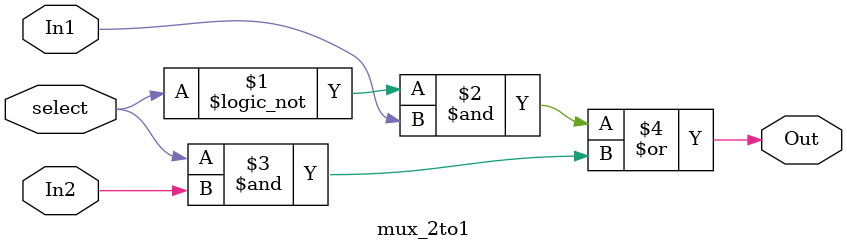
<source format=v>
module mux_2to1(In1, In2, select, Out);
    input In1, In2, select;
    output Out;
    
    assign Out=(!select&In1) | (select&In2);
    
endmodule

</source>
